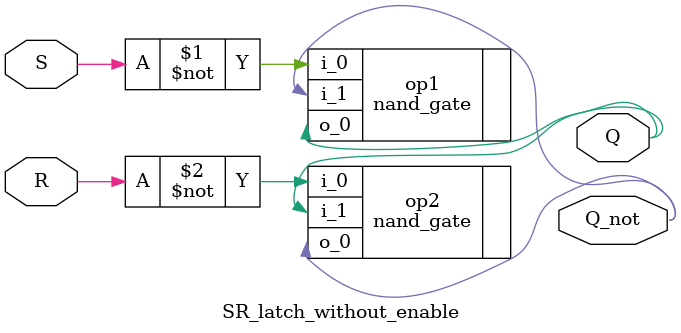
<source format=v>
`timescale 1ns / 1ps


module SR_latch_without_enable(
    input [0:0] S,
    input [0:0] R,
    output [0:0] Q,
    output [0:0] Q_not
    );


    nand_gate op1(.i_0(~S), .i_1(Q_not), .o_0(Q));
    nand_gate op2(.i_0(~R), .i_1(Q), .o_0(Q_not));
    
endmodule

</source>
